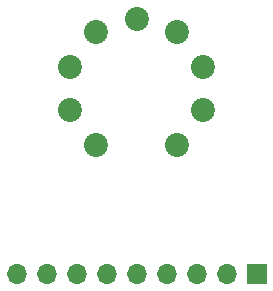
<source format=gbr>
%TF.GenerationSoftware,KiCad,Pcbnew,(6.0.5)*%
%TF.CreationDate,2023-01-12T11:55:51-05:00*%
%TF.ProjectId,12ax7_pins,31326178-375f-4706-996e-732e6b696361,rev?*%
%TF.SameCoordinates,Original*%
%TF.FileFunction,Soldermask,Bot*%
%TF.FilePolarity,Negative*%
%FSLAX46Y46*%
G04 Gerber Fmt 4.6, Leading zero omitted, Abs format (unit mm)*
G04 Created by KiCad (PCBNEW (6.0.5)) date 2023-01-12 11:55:51*
%MOMM*%
%LPD*%
G01*
G04 APERTURE LIST*
%ADD10C,2.030000*%
%ADD11O,1.700000X1.700000*%
%ADD12R,1.700000X1.700000*%
G04 APERTURE END LIST*
D10*
%TO.C,U1*%
X156560000Y-98280000D03*
X154410000Y-95310000D03*
X154410000Y-91700000D03*
X156560000Y-88770000D03*
X160020000Y-87630000D03*
X163470000Y-88770000D03*
X165620000Y-91700000D03*
X165620000Y-95350000D03*
X163470000Y-98280000D03*
%TD*%
D11*
%TO.C,J1*%
X149850000Y-109220000D03*
X152390000Y-109220000D03*
X154930000Y-109220000D03*
X157470000Y-109220000D03*
X160010000Y-109220000D03*
X162550000Y-109220000D03*
X165090000Y-109220000D03*
X167630000Y-109220000D03*
D12*
X170170000Y-109220000D03*
%TD*%
M02*

</source>
